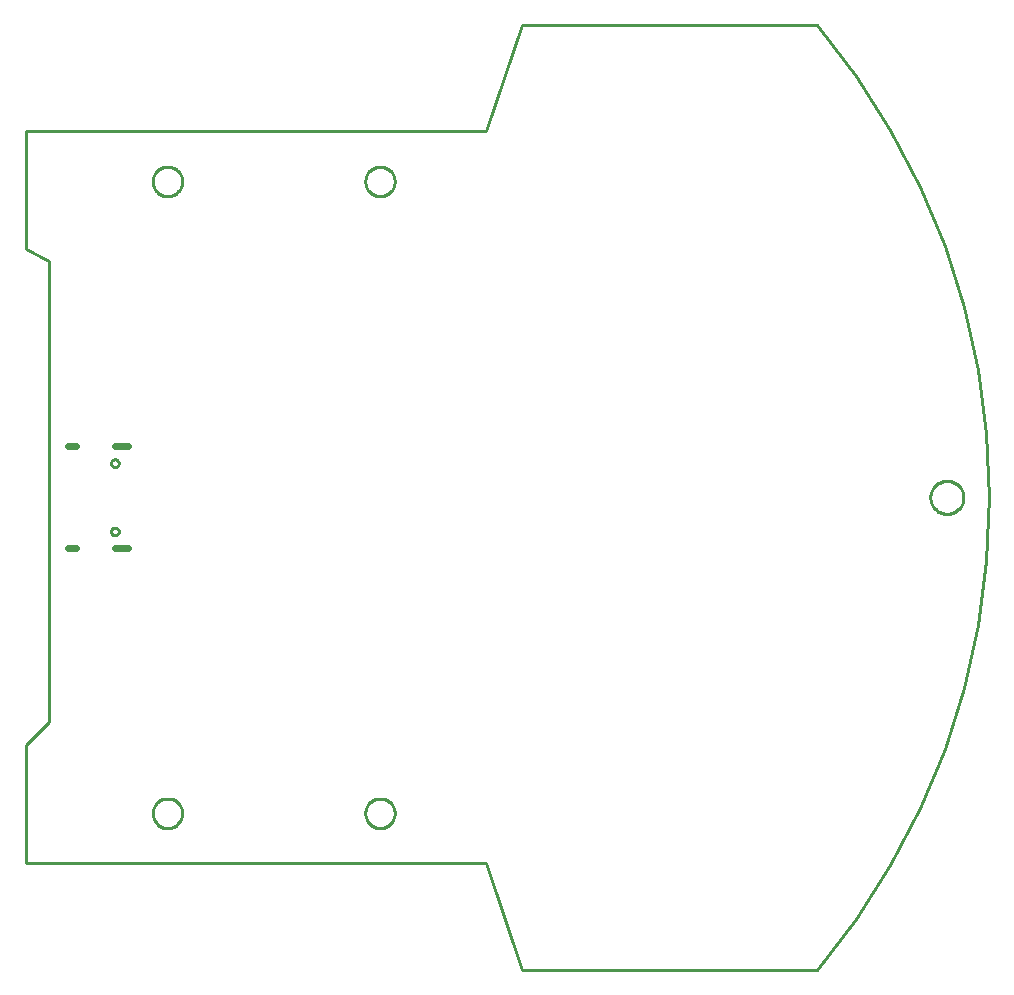
<source format=gbr>
G04 EAGLE Gerber RS-274X export*
G75*
%MOMM*%
%FSLAX34Y34*%
%LPD*%
%IN*%
%IPPOS*%
%AMOC8*
5,1,8,0,0,1.08239X$1,22.5*%
G01*
%ADD10C,0.600000*%
%ADD11C,0.254000*%


D10*
X66350Y443180D02*
X55350Y443180D01*
X55350Y356820D02*
X66350Y356820D01*
X22200Y443180D02*
X16000Y443180D01*
X16000Y356820D02*
X22200Y356820D01*
D11*
X-20000Y90000D02*
X370000Y90000D01*
X400000Y0D01*
X650000Y0D01*
X683048Y43069D01*
X712217Y88855D01*
X737284Y137009D01*
X758059Y187164D01*
X774384Y238940D01*
X786134Y291941D01*
X793220Y345764D01*
X795588Y400000D01*
X793220Y454236D01*
X786134Y508059D01*
X774384Y561060D01*
X758059Y612836D01*
X737284Y662991D01*
X712217Y711145D01*
X683048Y756931D01*
X650000Y800000D01*
X400000Y800000D01*
X370000Y710000D01*
X-20000Y710000D01*
X-20000Y610000D01*
X0Y600000D01*
X0Y210000D01*
X-20000Y190000D01*
X-20000Y90000D01*
X100491Y680000D02*
X101470Y679923D01*
X102441Y679769D01*
X103396Y679540D01*
X104330Y679236D01*
X105237Y678861D01*
X106112Y678415D01*
X106950Y677901D01*
X107745Y677324D01*
X108492Y676686D01*
X109186Y675992D01*
X109824Y675245D01*
X110401Y674450D01*
X110915Y673612D01*
X111361Y672737D01*
X111736Y671830D01*
X112040Y670896D01*
X112269Y669941D01*
X112423Y668970D01*
X112500Y667991D01*
X112500Y667009D01*
X112423Y666030D01*
X112269Y665060D01*
X112040Y664104D01*
X111736Y663170D01*
X111361Y662263D01*
X110915Y661388D01*
X110401Y660550D01*
X109824Y659755D01*
X109186Y659008D01*
X108492Y658314D01*
X107745Y657676D01*
X106950Y657099D01*
X106112Y656585D01*
X105237Y656139D01*
X104330Y655764D01*
X103396Y655460D01*
X102441Y655231D01*
X101470Y655077D01*
X100491Y655000D01*
X99509Y655000D01*
X98530Y655077D01*
X97560Y655231D01*
X96604Y655460D01*
X95670Y655764D01*
X94763Y656139D01*
X93888Y656585D01*
X93050Y657099D01*
X92255Y657676D01*
X91508Y658314D01*
X90814Y659008D01*
X90176Y659755D01*
X89599Y660550D01*
X89085Y661388D01*
X88639Y662263D01*
X88264Y663170D01*
X87960Y664104D01*
X87731Y665060D01*
X87577Y666030D01*
X87500Y667009D01*
X87500Y667991D01*
X87577Y668970D01*
X87731Y669941D01*
X87960Y670896D01*
X88264Y671830D01*
X88639Y672737D01*
X89085Y673612D01*
X89599Y674450D01*
X90176Y675245D01*
X90814Y675992D01*
X91508Y676686D01*
X92255Y677324D01*
X93050Y677901D01*
X93888Y678415D01*
X94763Y678861D01*
X95670Y679236D01*
X96604Y679540D01*
X97560Y679769D01*
X98530Y679923D01*
X99509Y680000D01*
X100491Y680000D01*
X280491Y680000D02*
X281470Y679923D01*
X282441Y679769D01*
X283396Y679540D01*
X284330Y679236D01*
X285237Y678861D01*
X286112Y678415D01*
X286950Y677901D01*
X287745Y677324D01*
X288492Y676686D01*
X289186Y675992D01*
X289824Y675245D01*
X290401Y674450D01*
X290915Y673612D01*
X291361Y672737D01*
X291736Y671830D01*
X292040Y670896D01*
X292269Y669941D01*
X292423Y668970D01*
X292500Y667991D01*
X292500Y667009D01*
X292423Y666030D01*
X292269Y665060D01*
X292040Y664104D01*
X291736Y663170D01*
X291361Y662263D01*
X290915Y661388D01*
X290401Y660550D01*
X289824Y659755D01*
X289186Y659008D01*
X288492Y658314D01*
X287745Y657676D01*
X286950Y657099D01*
X286112Y656585D01*
X285237Y656139D01*
X284330Y655764D01*
X283396Y655460D01*
X282441Y655231D01*
X281470Y655077D01*
X280491Y655000D01*
X279509Y655000D01*
X278530Y655077D01*
X277560Y655231D01*
X276604Y655460D01*
X275670Y655764D01*
X274763Y656139D01*
X273888Y656585D01*
X273050Y657099D01*
X272255Y657676D01*
X271508Y658314D01*
X270814Y659008D01*
X270176Y659755D01*
X269599Y660550D01*
X269085Y661388D01*
X268639Y662263D01*
X268264Y663170D01*
X267960Y664104D01*
X267731Y665060D01*
X267577Y666030D01*
X267500Y667009D01*
X267500Y667991D01*
X267577Y668970D01*
X267731Y669941D01*
X267960Y670896D01*
X268264Y671830D01*
X268639Y672737D01*
X269085Y673612D01*
X269599Y674450D01*
X270176Y675245D01*
X270814Y675992D01*
X271508Y676686D01*
X272255Y677324D01*
X273050Y677901D01*
X273888Y678415D01*
X274763Y678861D01*
X275670Y679236D01*
X276604Y679540D01*
X277560Y679769D01*
X278530Y679923D01*
X279509Y680000D01*
X280491Y680000D01*
X279509Y120000D02*
X278530Y120077D01*
X277560Y120231D01*
X276604Y120460D01*
X275670Y120764D01*
X274763Y121139D01*
X273888Y121585D01*
X273050Y122099D01*
X272255Y122676D01*
X271508Y123314D01*
X270814Y124008D01*
X270176Y124755D01*
X269599Y125550D01*
X269085Y126388D01*
X268639Y127263D01*
X268264Y128170D01*
X267960Y129104D01*
X267731Y130060D01*
X267577Y131030D01*
X267500Y132009D01*
X267500Y132991D01*
X267577Y133970D01*
X267731Y134941D01*
X267960Y135896D01*
X268264Y136830D01*
X268639Y137737D01*
X269085Y138612D01*
X269599Y139450D01*
X270176Y140245D01*
X270814Y140992D01*
X271508Y141686D01*
X272255Y142324D01*
X273050Y142901D01*
X273888Y143415D01*
X274763Y143861D01*
X275670Y144236D01*
X276604Y144540D01*
X277560Y144769D01*
X278530Y144923D01*
X279509Y145000D01*
X280491Y145000D01*
X281470Y144923D01*
X282441Y144769D01*
X283396Y144540D01*
X284330Y144236D01*
X285237Y143861D01*
X286112Y143415D01*
X286950Y142901D01*
X287745Y142324D01*
X288492Y141686D01*
X289186Y140992D01*
X289824Y140245D01*
X290401Y139450D01*
X290915Y138612D01*
X291361Y137737D01*
X291736Y136830D01*
X292040Y135896D01*
X292269Y134941D01*
X292423Y133970D01*
X292500Y132991D01*
X292500Y132009D01*
X292423Y131030D01*
X292269Y130060D01*
X292040Y129104D01*
X291736Y128170D01*
X291361Y127263D01*
X290915Y126388D01*
X290401Y125550D01*
X289824Y124755D01*
X289186Y124008D01*
X288492Y123314D01*
X287745Y122676D01*
X286950Y122099D01*
X286112Y121585D01*
X285237Y121139D01*
X284330Y120764D01*
X283396Y120460D01*
X282441Y120231D01*
X281470Y120077D01*
X280491Y120000D01*
X279509Y120000D01*
X99509Y120000D02*
X98530Y120077D01*
X97560Y120231D01*
X96604Y120460D01*
X95670Y120764D01*
X94763Y121139D01*
X93888Y121585D01*
X93050Y122099D01*
X92255Y122676D01*
X91508Y123314D01*
X90814Y124008D01*
X90176Y124755D01*
X89599Y125550D01*
X89085Y126388D01*
X88639Y127263D01*
X88264Y128170D01*
X87960Y129104D01*
X87731Y130060D01*
X87577Y131030D01*
X87500Y132009D01*
X87500Y132991D01*
X87577Y133970D01*
X87731Y134941D01*
X87960Y135896D01*
X88264Y136830D01*
X88639Y137737D01*
X89085Y138612D01*
X89599Y139450D01*
X90176Y140245D01*
X90814Y140992D01*
X91508Y141686D01*
X92255Y142324D01*
X93050Y142901D01*
X93888Y143415D01*
X94763Y143861D01*
X95670Y144236D01*
X96604Y144540D01*
X97560Y144769D01*
X98530Y144923D01*
X99509Y145000D01*
X100491Y145000D01*
X101470Y144923D01*
X102441Y144769D01*
X103396Y144540D01*
X104330Y144236D01*
X105237Y143861D01*
X106112Y143415D01*
X106950Y142901D01*
X107745Y142324D01*
X108492Y141686D01*
X109186Y140992D01*
X109824Y140245D01*
X110401Y139450D01*
X110915Y138612D01*
X111361Y137737D01*
X111736Y136830D01*
X112040Y135896D01*
X112269Y134941D01*
X112423Y133970D01*
X112500Y132991D01*
X112500Y132009D01*
X112423Y131030D01*
X112269Y130060D01*
X112040Y129104D01*
X111736Y128170D01*
X111361Y127263D01*
X110915Y126388D01*
X110401Y125550D01*
X109824Y124755D01*
X109186Y124008D01*
X108492Y123314D01*
X107745Y122676D01*
X106950Y122099D01*
X106112Y121585D01*
X105237Y121139D01*
X104330Y120764D01*
X103396Y120460D01*
X102441Y120231D01*
X101470Y120077D01*
X100491Y120000D01*
X99509Y120000D01*
X55337Y425650D02*
X54915Y425706D01*
X54503Y425816D01*
X54109Y425979D01*
X53741Y426192D01*
X53403Y426451D01*
X53101Y426753D01*
X52842Y427091D01*
X52629Y427459D01*
X52466Y427853D01*
X52356Y428265D01*
X52300Y428687D01*
X52300Y429113D01*
X52356Y429535D01*
X52466Y429947D01*
X52629Y430341D01*
X52842Y430709D01*
X53101Y431047D01*
X53403Y431349D01*
X53741Y431608D01*
X54109Y431821D01*
X54503Y431984D01*
X54915Y432094D01*
X55337Y432150D01*
X55763Y432150D01*
X56185Y432094D01*
X56597Y431984D01*
X56991Y431821D01*
X57359Y431608D01*
X57697Y431349D01*
X57999Y431047D01*
X58258Y430709D01*
X58471Y430341D01*
X58634Y429947D01*
X58744Y429535D01*
X58800Y429113D01*
X58800Y428687D01*
X58744Y428265D01*
X58634Y427853D01*
X58471Y427459D01*
X58258Y427091D01*
X57999Y426753D01*
X57697Y426451D01*
X57359Y426192D01*
X56991Y425979D01*
X56597Y425816D01*
X56185Y425706D01*
X55763Y425650D01*
X55337Y425650D01*
X55337Y367850D02*
X54915Y367906D01*
X54503Y368016D01*
X54109Y368179D01*
X53741Y368392D01*
X53403Y368651D01*
X53101Y368953D01*
X52842Y369291D01*
X52629Y369659D01*
X52466Y370053D01*
X52356Y370465D01*
X52300Y370887D01*
X52300Y371313D01*
X52356Y371735D01*
X52466Y372147D01*
X52629Y372541D01*
X52842Y372909D01*
X53101Y373247D01*
X53403Y373549D01*
X53741Y373808D01*
X54109Y374021D01*
X54503Y374184D01*
X54915Y374294D01*
X55337Y374350D01*
X55763Y374350D01*
X56185Y374294D01*
X56597Y374184D01*
X56991Y374021D01*
X57359Y373808D01*
X57697Y373549D01*
X57999Y373247D01*
X58258Y372909D01*
X58471Y372541D01*
X58634Y372147D01*
X58744Y371735D01*
X58800Y371313D01*
X58800Y370887D01*
X58744Y370465D01*
X58634Y370053D01*
X58471Y369659D01*
X58258Y369291D01*
X57999Y368953D01*
X57697Y368651D01*
X57359Y368392D01*
X56991Y368179D01*
X56597Y368016D01*
X56185Y367906D01*
X55763Y367850D01*
X55337Y367850D01*
X774000Y399500D02*
X773929Y398503D01*
X773786Y397513D01*
X773574Y396536D01*
X773292Y395576D01*
X772943Y394639D01*
X772527Y393729D01*
X772048Y392852D01*
X771507Y392010D01*
X770908Y391210D01*
X770253Y390454D01*
X769546Y389747D01*
X768790Y389092D01*
X767990Y388493D01*
X767148Y387952D01*
X766271Y387473D01*
X765361Y387057D01*
X764424Y386708D01*
X763465Y386426D01*
X762487Y386214D01*
X761498Y386071D01*
X760500Y386000D01*
X759500Y386000D01*
X758503Y386071D01*
X757513Y386214D01*
X756536Y386426D01*
X755576Y386708D01*
X754639Y387057D01*
X753729Y387473D01*
X752852Y387952D01*
X752010Y388493D01*
X751210Y389092D01*
X750454Y389747D01*
X749747Y390454D01*
X749092Y391210D01*
X748493Y392010D01*
X747952Y392852D01*
X747473Y393729D01*
X747057Y394639D01*
X746708Y395576D01*
X746426Y396536D01*
X746214Y397513D01*
X746071Y398503D01*
X746000Y399500D01*
X746000Y400500D01*
X746071Y401498D01*
X746214Y402487D01*
X746426Y403465D01*
X746708Y404424D01*
X747057Y405361D01*
X747473Y406271D01*
X747952Y407148D01*
X748493Y407990D01*
X749092Y408790D01*
X749747Y409546D01*
X750454Y410253D01*
X751210Y410908D01*
X752010Y411507D01*
X752852Y412048D01*
X753729Y412527D01*
X754639Y412943D01*
X755576Y413292D01*
X756536Y413574D01*
X757513Y413786D01*
X758503Y413929D01*
X759500Y414000D01*
X760500Y414000D01*
X761498Y413929D01*
X762487Y413786D01*
X763465Y413574D01*
X764424Y413292D01*
X765361Y412943D01*
X766271Y412527D01*
X767148Y412048D01*
X767990Y411507D01*
X768790Y410908D01*
X769546Y410253D01*
X770253Y409546D01*
X770908Y408790D01*
X771507Y407990D01*
X772048Y407148D01*
X772527Y406271D01*
X772943Y405361D01*
X773292Y404424D01*
X773574Y403465D01*
X773786Y402487D01*
X773929Y401498D01*
X774000Y400500D01*
X774000Y399500D01*
M02*

</source>
